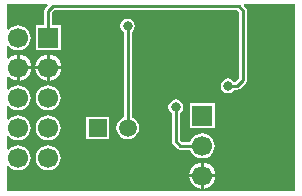
<source format=gbl>
G04*
G04 #@! TF.GenerationSoftware,Altium Limited,Altium Designer,19.1.7 (138)*
G04*
G04 Layer_Physical_Order=2*
G04 Layer_Color=16711680*
%FSLAX25Y25*%
%MOIN*%
G70*
G01*
G75*
%ADD12C,0.01000*%
%ADD25C,0.05906*%
%ADD26R,0.05906X0.05906*%
%ADD27R,0.06693X0.06693*%
%ADD28C,0.06693*%
%ADD29C,0.03200*%
G36*
X97175Y-63674D02*
X1326D01*
Y-55344D01*
X1825Y-55174D01*
X2043Y-55457D01*
X2909Y-56122D01*
X3918Y-56540D01*
X5000Y-56682D01*
X6082Y-56540D01*
X7091Y-56122D01*
X7957Y-55457D01*
X8622Y-54591D01*
X9040Y-53582D01*
X9182Y-52500D01*
X9040Y-51418D01*
X8622Y-50409D01*
X7957Y-49543D01*
X7091Y-48878D01*
X6082Y-48460D01*
X5000Y-48318D01*
X3918Y-48460D01*
X2909Y-48878D01*
X2043Y-49543D01*
X1825Y-49826D01*
X1326Y-49656D01*
Y-45344D01*
X1825Y-45174D01*
X2043Y-45457D01*
X2909Y-46122D01*
X3918Y-46540D01*
X5000Y-46682D01*
X6082Y-46540D01*
X7091Y-46122D01*
X7957Y-45457D01*
X8622Y-44591D01*
X9040Y-43582D01*
X9182Y-42500D01*
X9040Y-41418D01*
X8622Y-40409D01*
X7957Y-39543D01*
X7091Y-38878D01*
X6082Y-38460D01*
X5000Y-38318D01*
X3918Y-38460D01*
X2909Y-38878D01*
X2043Y-39543D01*
X1825Y-39826D01*
X1326Y-39656D01*
Y-35344D01*
X1825Y-35174D01*
X2043Y-35457D01*
X2909Y-36122D01*
X3918Y-36540D01*
X5000Y-36682D01*
X6082Y-36540D01*
X7091Y-36122D01*
X7957Y-35457D01*
X8622Y-34591D01*
X9040Y-33582D01*
X9182Y-32500D01*
X9040Y-31418D01*
X8622Y-30409D01*
X7957Y-29543D01*
X7091Y-28878D01*
X6082Y-28460D01*
X5000Y-28318D01*
X3918Y-28460D01*
X2909Y-28878D01*
X2043Y-29543D01*
X1825Y-29826D01*
X1326Y-29656D01*
Y-25629D01*
X1799Y-25468D01*
X1900Y-25600D01*
X2808Y-26297D01*
X3865Y-26735D01*
X4500Y-26818D01*
Y-22500D01*
Y-18182D01*
X3865Y-18265D01*
X2808Y-18703D01*
X1900Y-19400D01*
X1799Y-19532D01*
X1326Y-19371D01*
Y-15344D01*
X1825Y-15174D01*
X2043Y-15457D01*
X2909Y-16122D01*
X3918Y-16540D01*
X5000Y-16682D01*
X6082Y-16540D01*
X7091Y-16122D01*
X7957Y-15457D01*
X8622Y-14591D01*
X9040Y-13582D01*
X9182Y-12500D01*
X9040Y-11418D01*
X8622Y-10409D01*
X7957Y-9543D01*
X7091Y-8878D01*
X6082Y-8460D01*
X5000Y-8318D01*
X3918Y-8460D01*
X2909Y-8878D01*
X2043Y-9543D01*
X1825Y-9826D01*
X1326Y-9656D01*
Y-1326D01*
X14647D01*
X14838Y-1787D01*
X14063Y-2563D01*
X13775Y-2993D01*
X13675Y-3500D01*
Y-8354D01*
X10853D01*
Y-16646D01*
X19146D01*
Y-8354D01*
X16326D01*
Y-4049D01*
X17049Y-3325D01*
X77951D01*
X78675Y-4049D01*
Y-25951D01*
X77468Y-27157D01*
X76970Y-27128D01*
X76730Y-26770D01*
X75936Y-26239D01*
X75000Y-26053D01*
X74064Y-26239D01*
X73270Y-26770D01*
X72739Y-27564D01*
X72553Y-28500D01*
X72739Y-29436D01*
X73270Y-30230D01*
X74064Y-30761D01*
X75000Y-30947D01*
X75936Y-30761D01*
X76730Y-30230D01*
X77001Y-29825D01*
X78000D01*
X78507Y-29725D01*
X78937Y-29437D01*
X80937Y-27437D01*
X81225Y-27007D01*
X81326Y-26500D01*
Y-3500D01*
X81225Y-2993D01*
X80937Y-2563D01*
X80162Y-1787D01*
X80353Y-1326D01*
X97175D01*
Y-63674D01*
D02*
G37*
%LPC*%
G36*
X15500Y-18182D02*
Y-22000D01*
X19318D01*
X19235Y-21365D01*
X18797Y-20308D01*
X18100Y-19400D01*
X17192Y-18703D01*
X16135Y-18265D01*
X15500Y-18182D01*
D02*
G37*
G36*
X5500D02*
Y-22000D01*
X9318D01*
X9235Y-21365D01*
X8797Y-20308D01*
X8100Y-19400D01*
X7192Y-18703D01*
X6135Y-18265D01*
X5500Y-18182D01*
D02*
G37*
G36*
X14500D02*
X13865Y-18265D01*
X12808Y-18703D01*
X11900Y-19400D01*
X11203Y-20308D01*
X10765Y-21365D01*
X10682Y-22000D01*
X14500D01*
Y-18182D01*
D02*
G37*
G36*
X19318Y-23000D02*
X15500D01*
Y-26818D01*
X16135Y-26735D01*
X17192Y-26297D01*
X18100Y-25600D01*
X18797Y-24692D01*
X19235Y-23635D01*
X19318Y-23000D01*
D02*
G37*
G36*
X9318D02*
X5500D01*
Y-26818D01*
X6135Y-26735D01*
X7192Y-26297D01*
X8100Y-25600D01*
X8797Y-24692D01*
X9235Y-23635D01*
X9318Y-23000D01*
D02*
G37*
G36*
X14500D02*
X10682D01*
X10765Y-23635D01*
X11203Y-24692D01*
X11900Y-25600D01*
X12808Y-26297D01*
X13865Y-26735D01*
X14500Y-26818D01*
Y-23000D01*
D02*
G37*
G36*
X15000Y-28318D02*
X13918Y-28460D01*
X12909Y-28878D01*
X12043Y-29543D01*
X11378Y-30409D01*
X10960Y-31418D01*
X10818Y-32500D01*
X10960Y-33582D01*
X11378Y-34591D01*
X12043Y-35457D01*
X12909Y-36122D01*
X13918Y-36540D01*
X15000Y-36682D01*
X16082Y-36540D01*
X17091Y-36122D01*
X17957Y-35457D01*
X18622Y-34591D01*
X19040Y-33582D01*
X19182Y-32500D01*
X19040Y-31418D01*
X18622Y-30409D01*
X17957Y-29543D01*
X17091Y-28878D01*
X16082Y-28460D01*
X15000Y-28318D01*
D02*
G37*
G36*
X70501Y-34354D02*
X62208D01*
Y-42646D01*
X70501D01*
Y-34354D01*
D02*
G37*
G36*
X35213Y-38747D02*
X27708D01*
Y-46253D01*
X35213D01*
Y-38747D01*
D02*
G37*
G36*
X41461Y-6092D02*
X40524Y-6279D01*
X39730Y-6809D01*
X39200Y-7603D01*
X39013Y-8539D01*
X39200Y-9476D01*
X39730Y-10270D01*
X40135Y-10540D01*
Y-38987D01*
X39568Y-39222D01*
X38784Y-39823D01*
X38183Y-40607D01*
X37804Y-41520D01*
X37675Y-42500D01*
X37804Y-43480D01*
X38183Y-44393D01*
X38784Y-45177D01*
X39568Y-45778D01*
X40481Y-46156D01*
X41461Y-46285D01*
X42440Y-46156D01*
X43353Y-45778D01*
X44137Y-45177D01*
X44739Y-44393D01*
X45117Y-43480D01*
X45246Y-42500D01*
X45117Y-41520D01*
X44739Y-40607D01*
X44137Y-39823D01*
X43353Y-39222D01*
X42786Y-38987D01*
Y-10540D01*
X43191Y-10270D01*
X43721Y-9476D01*
X43908Y-8539D01*
X43721Y-7603D01*
X43191Y-6809D01*
X42397Y-6279D01*
X41461Y-6092D01*
D02*
G37*
G36*
X15000Y-38318D02*
X13918Y-38460D01*
X12909Y-38878D01*
X12043Y-39543D01*
X11378Y-40409D01*
X10960Y-41418D01*
X10818Y-42500D01*
X10960Y-43582D01*
X11378Y-44591D01*
X12043Y-45457D01*
X12909Y-46122D01*
X13918Y-46540D01*
X15000Y-46682D01*
X16082Y-46540D01*
X17091Y-46122D01*
X17957Y-45457D01*
X18622Y-44591D01*
X19040Y-43582D01*
X19182Y-42500D01*
X19040Y-41418D01*
X18622Y-40409D01*
X17957Y-39543D01*
X17091Y-38878D01*
X16082Y-38460D01*
X15000Y-38318D01*
D02*
G37*
G36*
X57500Y-33053D02*
X56564Y-33239D01*
X55770Y-33770D01*
X55239Y-34564D01*
X55053Y-35500D01*
X55239Y-36436D01*
X55770Y-37230D01*
X56174Y-37501D01*
Y-47000D01*
X56275Y-47507D01*
X56563Y-47937D01*
X58063Y-49437D01*
X58493Y-49725D01*
X59000Y-49826D01*
X62415D01*
X62732Y-50591D01*
X63397Y-51457D01*
X64263Y-52122D01*
X65272Y-52540D01*
X66354Y-52682D01*
X67437Y-52540D01*
X68445Y-52122D01*
X69312Y-51457D01*
X69976Y-50591D01*
X70394Y-49582D01*
X70537Y-48500D01*
X70394Y-47418D01*
X69976Y-46409D01*
X69312Y-45543D01*
X68445Y-44878D01*
X67437Y-44460D01*
X66354Y-44318D01*
X65272Y-44460D01*
X64263Y-44878D01*
X63397Y-45543D01*
X62732Y-46409D01*
X62415Y-47175D01*
X59549D01*
X58825Y-46451D01*
Y-37501D01*
X59230Y-37230D01*
X59761Y-36436D01*
X59947Y-35500D01*
X59761Y-34564D01*
X59230Y-33770D01*
X58436Y-33239D01*
X57500Y-33053D01*
D02*
G37*
G36*
X15000Y-48318D02*
X13918Y-48460D01*
X12909Y-48878D01*
X12043Y-49543D01*
X11378Y-50409D01*
X10960Y-51418D01*
X10818Y-52500D01*
X10960Y-53582D01*
X11378Y-54591D01*
X12043Y-55457D01*
X12909Y-56122D01*
X13918Y-56540D01*
X15000Y-56682D01*
X16082Y-56540D01*
X17091Y-56122D01*
X17957Y-55457D01*
X18622Y-54591D01*
X19040Y-53582D01*
X19182Y-52500D01*
X19040Y-51418D01*
X18622Y-50409D01*
X17957Y-49543D01*
X17091Y-48878D01*
X16082Y-48460D01*
X15000Y-48318D01*
D02*
G37*
G36*
X66854Y-54182D02*
Y-58000D01*
X70673D01*
X70589Y-57365D01*
X70151Y-56308D01*
X69454Y-55400D01*
X68546Y-54703D01*
X67489Y-54265D01*
X66854Y-54182D01*
D02*
G37*
G36*
X65854D02*
X65220Y-54265D01*
X64162Y-54703D01*
X63254Y-55400D01*
X62558Y-56308D01*
X62120Y-57365D01*
X62036Y-58000D01*
X65854D01*
Y-54182D01*
D02*
G37*
G36*
X70673Y-59000D02*
X66854D01*
Y-62818D01*
X67489Y-62735D01*
X68546Y-62297D01*
X69454Y-61600D01*
X70151Y-60692D01*
X70589Y-59635D01*
X70673Y-59000D01*
D02*
G37*
G36*
X65854D02*
X62036D01*
X62120Y-59635D01*
X62558Y-60692D01*
X63254Y-61600D01*
X64162Y-62297D01*
X65220Y-62735D01*
X65854Y-62818D01*
Y-59000D01*
D02*
G37*
%LPD*%
D12*
X41461Y-42500D02*
Y-8539D01*
X41500Y-8500D01*
X78500Y-2000D02*
X80000Y-3500D01*
Y-26500D02*
Y-3500D01*
X78000Y-28500D02*
X80000Y-26500D01*
X75000Y-28500D02*
X78000D01*
X15000Y-12500D02*
Y-3500D01*
X16500Y-2000D01*
X78500D01*
X57500Y-47000D02*
Y-35500D01*
Y-47000D02*
X59000Y-48500D01*
X66354D01*
D25*
X41461Y-42500D02*
D03*
D26*
X31461D02*
D03*
D27*
X66354Y-38500D02*
D03*
X15000Y-12500D02*
D03*
D28*
X66354Y-48500D02*
D03*
Y-58500D02*
D03*
X5000Y-52500D02*
D03*
Y-42500D02*
D03*
Y-32500D02*
D03*
Y-22500D02*
D03*
Y-12500D02*
D03*
X15000Y-22500D02*
D03*
Y-32500D02*
D03*
Y-42500D02*
D03*
Y-52500D02*
D03*
D29*
X41461Y-8539D02*
D03*
X75000Y-28500D02*
D03*
X57500Y-35500D02*
D03*
X5000Y-61500D02*
D03*
X11000D02*
D03*
X17000D02*
D03*
X20000Y-55500D02*
D03*
X23000Y-61500D02*
D03*
X26000Y-55500D02*
D03*
X23000Y-25500D02*
D03*
X26000Y-19500D02*
D03*
X23000Y-13500D02*
D03*
X26000Y-7500D02*
D03*
X29000Y-61500D02*
D03*
Y-25500D02*
D03*
X32000Y-19500D02*
D03*
X29000Y-13500D02*
D03*
X32000Y-7500D02*
D03*
X35000Y-25500D02*
D03*
X38000Y-19500D02*
D03*
X35000Y-13500D02*
D03*
X47000Y-61500D02*
D03*
X50000Y-55500D02*
D03*
X47000Y-49500D02*
D03*
X50000Y-43500D02*
D03*
X53000Y-61500D02*
D03*
X56000Y-55500D02*
D03*
X53000Y-49500D02*
D03*
X59000Y-61500D02*
D03*
X74000Y-55500D02*
D03*
Y-43500D02*
D03*
Y-7500D02*
D03*
X77000Y-61500D02*
D03*
X80000Y-55500D02*
D03*
X77000Y-49500D02*
D03*
X80000Y-43500D02*
D03*
X77000Y-37500D02*
D03*
Y-13500D02*
D03*
X83000Y-61500D02*
D03*
X86000Y-55500D02*
D03*
X83000Y-49500D02*
D03*
X86000Y-43500D02*
D03*
X83000Y-37500D02*
D03*
X86000Y-31500D02*
D03*
X83000Y-25500D02*
D03*
X86000Y-19500D02*
D03*
X83000Y-13500D02*
D03*
X86000Y-7500D02*
D03*
X89000Y-61500D02*
D03*
X92000Y-55500D02*
D03*
X89000Y-49500D02*
D03*
X92000Y-43500D02*
D03*
X89000Y-37500D02*
D03*
X92000Y-31500D02*
D03*
X89000Y-25500D02*
D03*
X92000Y-19500D02*
D03*
X89000Y-13500D02*
D03*
X92000Y-7500D02*
D03*
M02*

</source>
